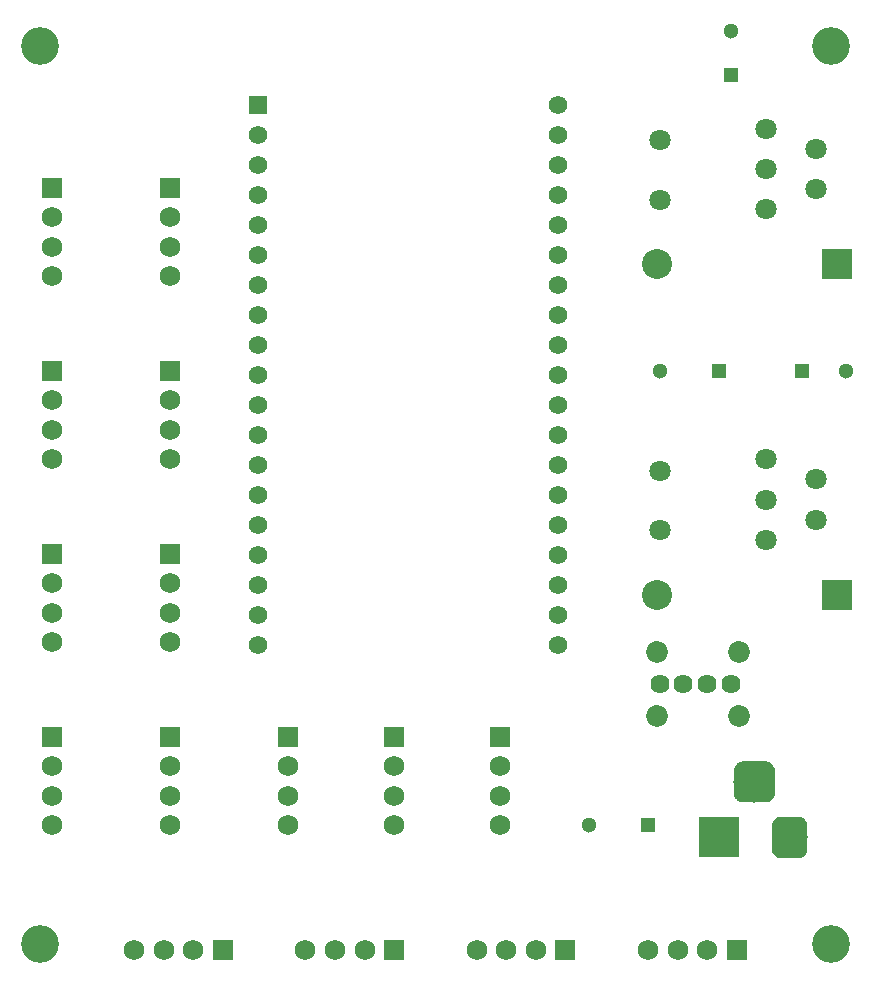
<source format=gbr>
G04 #@! TF.GenerationSoftware,KiCad,Pcbnew,(5.1.4)-1*
G04 #@! TF.CreationDate,2020-01-17T21:09:57+02:00*
G04 #@! TF.ProjectId,flypi_v2,666c7970-695f-4763-922e-6b696361645f,rev?*
G04 #@! TF.SameCoordinates,Original*
G04 #@! TF.FileFunction,Soldermask,Bot*
G04 #@! TF.FilePolarity,Negative*
%FSLAX46Y46*%
G04 Gerber Fmt 4.6, Leading zero omitted, Abs format (unit mm)*
G04 Created by KiCad (PCBNEW (5.1.4)-1) date 2020-01-17 21:09:57*
%MOMM*%
%LPD*%
G04 APERTURE LIST*
%ADD10C,1.750000*%
%ADD11R,1.750000X1.750000*%
%ADD12C,1.560000*%
%ADD13R,1.560000X1.560000*%
%ADD14C,1.800000*%
%ADD15C,3.200000*%
%ADD16C,1.620000*%
%ADD17C,1.850000*%
%ADD18R,2.540000X2.540000*%
%ADD19C,2.540000*%
%ADD20C,0.100000*%
%ADD21C,3.500000*%
%ADD22C,3.000000*%
%ADD23R,3.500000X3.500000*%
%ADD24C,1.300000*%
%ADD25R,1.300000X1.300000*%
G04 APERTURE END LIST*
D10*
X140500000Y-99500000D03*
X140500000Y-97000000D03*
X140500000Y-94500000D03*
D11*
X140500000Y-92000000D03*
D10*
X150500000Y-84000000D03*
X150500000Y-81500000D03*
X150500000Y-79000000D03*
D11*
X150500000Y-76500000D03*
D10*
X140500000Y-84000000D03*
X140500000Y-81500000D03*
X140500000Y-79000000D03*
D11*
X140500000Y-76500000D03*
D10*
X140500000Y-115000000D03*
X140500000Y-112500000D03*
X140500000Y-110000000D03*
D11*
X140500000Y-107500000D03*
D12*
X183400000Y-115220000D03*
X183400000Y-112680000D03*
X183400000Y-110140000D03*
X183400000Y-107600000D03*
X183400000Y-105060000D03*
X183400000Y-102520000D03*
X183400000Y-99980000D03*
X183400000Y-97440000D03*
X183400000Y-94900000D03*
X183400000Y-92360000D03*
X183400000Y-89820000D03*
X183400000Y-87280000D03*
X183400000Y-84740000D03*
X183400000Y-82200000D03*
X183400000Y-79660000D03*
X183400000Y-77120000D03*
X183400000Y-74580000D03*
X183400000Y-72040000D03*
X183400000Y-69500000D03*
X158000000Y-112680000D03*
X158000000Y-110140000D03*
X158000000Y-107600000D03*
X158000000Y-105060000D03*
X158000000Y-102520000D03*
X158000000Y-99980000D03*
X158000000Y-97440000D03*
X158000000Y-94900000D03*
X158000000Y-92360000D03*
X158000000Y-89820000D03*
X158000000Y-87280000D03*
X158000000Y-84740000D03*
X158000000Y-82200000D03*
X158000000Y-79660000D03*
X158000000Y-77120000D03*
X158000000Y-74580000D03*
X158000000Y-115220000D03*
X158000000Y-72040000D03*
D13*
X158000000Y-69500000D03*
D10*
X162000000Y-141000000D03*
X164500000Y-141000000D03*
X167000000Y-141000000D03*
D11*
X169500000Y-141000000D03*
D14*
X205200000Y-76600000D03*
X205200000Y-73200000D03*
X201000000Y-71500000D03*
X201000000Y-78300000D03*
X201000000Y-74900000D03*
X192000000Y-72500000D03*
X192000000Y-77500000D03*
X192000000Y-105500000D03*
X192000000Y-100500000D03*
X205200000Y-104600000D03*
X205200000Y-101200000D03*
X201000000Y-99500000D03*
X201000000Y-106300000D03*
X201000000Y-102900000D03*
D10*
X176500000Y-141000000D03*
X179000000Y-141000000D03*
X181500000Y-141000000D03*
D11*
X184000000Y-141000000D03*
D15*
X139500000Y-64500000D03*
X206500000Y-64500000D03*
X206500000Y-140500000D03*
X139500000Y-140500000D03*
D11*
X198500000Y-141000000D03*
D10*
X196000000Y-141000000D03*
X193500000Y-141000000D03*
X191000000Y-141000000D03*
X147500000Y-141000000D03*
X150000000Y-141000000D03*
X152500000Y-141000000D03*
D11*
X155000000Y-141000000D03*
D10*
X178500000Y-130500000D03*
X178500000Y-128000000D03*
X178500000Y-125500000D03*
D11*
X178500000Y-123000000D03*
D10*
X169500000Y-130500000D03*
X169500000Y-128000000D03*
X169500000Y-125500000D03*
D11*
X169500000Y-123000000D03*
D10*
X160500000Y-130500000D03*
X160500000Y-128000000D03*
X160500000Y-125500000D03*
D11*
X160500000Y-123000000D03*
D10*
X150500000Y-130500000D03*
X150500000Y-128000000D03*
X150500000Y-125500000D03*
D11*
X150500000Y-123000000D03*
D10*
X140500000Y-130500000D03*
X140500000Y-128000000D03*
X140500000Y-125500000D03*
D11*
X140500000Y-123000000D03*
D10*
X150500000Y-115000000D03*
X150500000Y-112500000D03*
X150500000Y-110000000D03*
D11*
X150500000Y-107500000D03*
D10*
X150500000Y-99500000D03*
X150500000Y-97000000D03*
X150500000Y-94500000D03*
D11*
X150500000Y-92000000D03*
D16*
X198000000Y-118500000D03*
X196000000Y-118500000D03*
X194000000Y-118500000D03*
D17*
X198730000Y-121220000D03*
D16*
X192000000Y-118500000D03*
D17*
X191730000Y-121220000D03*
X198730000Y-115780000D03*
X191730000Y-115780000D03*
D18*
X207000000Y-83000000D03*
D19*
X191760000Y-83000000D03*
D18*
X206998780Y-111002960D03*
D19*
X191758780Y-111002960D03*
D20*
G36*
X200960765Y-125054213D02*
G01*
X201045704Y-125066813D01*
X201128999Y-125087677D01*
X201209848Y-125116605D01*
X201287472Y-125153319D01*
X201361124Y-125197464D01*
X201430094Y-125248616D01*
X201493718Y-125306282D01*
X201551384Y-125369906D01*
X201602536Y-125438876D01*
X201646681Y-125512528D01*
X201683395Y-125590152D01*
X201712323Y-125671001D01*
X201733187Y-125754296D01*
X201745787Y-125839235D01*
X201750000Y-125925000D01*
X201750000Y-127675000D01*
X201745787Y-127760765D01*
X201733187Y-127845704D01*
X201712323Y-127928999D01*
X201683395Y-128009848D01*
X201646681Y-128087472D01*
X201602536Y-128161124D01*
X201551384Y-128230094D01*
X201493718Y-128293718D01*
X201430094Y-128351384D01*
X201361124Y-128402536D01*
X201287472Y-128446681D01*
X201209848Y-128483395D01*
X201128999Y-128512323D01*
X201045704Y-128533187D01*
X200960765Y-128545787D01*
X200875000Y-128550000D01*
X199125000Y-128550000D01*
X199039235Y-128545787D01*
X198954296Y-128533187D01*
X198871001Y-128512323D01*
X198790152Y-128483395D01*
X198712528Y-128446681D01*
X198638876Y-128402536D01*
X198569906Y-128351384D01*
X198506282Y-128293718D01*
X198448616Y-128230094D01*
X198397464Y-128161124D01*
X198353319Y-128087472D01*
X198316605Y-128009848D01*
X198287677Y-127928999D01*
X198266813Y-127845704D01*
X198254213Y-127760765D01*
X198250000Y-127675000D01*
X198250000Y-125925000D01*
X198254213Y-125839235D01*
X198266813Y-125754296D01*
X198287677Y-125671001D01*
X198316605Y-125590152D01*
X198353319Y-125512528D01*
X198397464Y-125438876D01*
X198448616Y-125369906D01*
X198506282Y-125306282D01*
X198569906Y-125248616D01*
X198638876Y-125197464D01*
X198712528Y-125153319D01*
X198790152Y-125116605D01*
X198871001Y-125087677D01*
X198954296Y-125066813D01*
X199039235Y-125054213D01*
X199125000Y-125050000D01*
X200875000Y-125050000D01*
X200960765Y-125054213D01*
X200960765Y-125054213D01*
G37*
D21*
X200000000Y-126800000D03*
D20*
G36*
X203823513Y-129753611D02*
G01*
X203896318Y-129764411D01*
X203967714Y-129782295D01*
X204037013Y-129807090D01*
X204103548Y-129838559D01*
X204166678Y-129876398D01*
X204225795Y-129920242D01*
X204280330Y-129969670D01*
X204329758Y-130024205D01*
X204373602Y-130083322D01*
X204411441Y-130146452D01*
X204442910Y-130212987D01*
X204467705Y-130282286D01*
X204485589Y-130353682D01*
X204496389Y-130426487D01*
X204500000Y-130500000D01*
X204500000Y-132500000D01*
X204496389Y-132573513D01*
X204485589Y-132646318D01*
X204467705Y-132717714D01*
X204442910Y-132787013D01*
X204411441Y-132853548D01*
X204373602Y-132916678D01*
X204329758Y-132975795D01*
X204280330Y-133030330D01*
X204225795Y-133079758D01*
X204166678Y-133123602D01*
X204103548Y-133161441D01*
X204037013Y-133192910D01*
X203967714Y-133217705D01*
X203896318Y-133235589D01*
X203823513Y-133246389D01*
X203750000Y-133250000D01*
X202250000Y-133250000D01*
X202176487Y-133246389D01*
X202103682Y-133235589D01*
X202032286Y-133217705D01*
X201962987Y-133192910D01*
X201896452Y-133161441D01*
X201833322Y-133123602D01*
X201774205Y-133079758D01*
X201719670Y-133030330D01*
X201670242Y-132975795D01*
X201626398Y-132916678D01*
X201588559Y-132853548D01*
X201557090Y-132787013D01*
X201532295Y-132717714D01*
X201514411Y-132646318D01*
X201503611Y-132573513D01*
X201500000Y-132500000D01*
X201500000Y-130500000D01*
X201503611Y-130426487D01*
X201514411Y-130353682D01*
X201532295Y-130282286D01*
X201557090Y-130212987D01*
X201588559Y-130146452D01*
X201626398Y-130083322D01*
X201670242Y-130024205D01*
X201719670Y-129969670D01*
X201774205Y-129920242D01*
X201833322Y-129876398D01*
X201896452Y-129838559D01*
X201962987Y-129807090D01*
X202032286Y-129782295D01*
X202103682Y-129764411D01*
X202176487Y-129753611D01*
X202250000Y-129750000D01*
X203750000Y-129750000D01*
X203823513Y-129753611D01*
X203823513Y-129753611D01*
G37*
D22*
X203000000Y-131500000D03*
D23*
X197000000Y-131500000D03*
D24*
X198000000Y-63200000D03*
D25*
X198000000Y-67000000D03*
X197000000Y-92000000D03*
D24*
X192000000Y-92000000D03*
X207800000Y-92000000D03*
D25*
X204000000Y-92000000D03*
X191000000Y-130500000D03*
D24*
X186000000Y-130500000D03*
M02*

</source>
